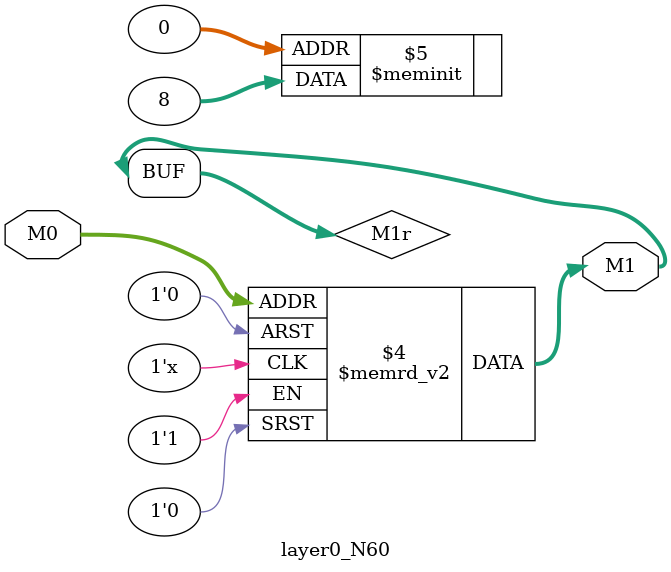
<source format=v>
module layer0_N60 ( input [3:0] M0, output [1:0] M1 );

	(*rom_style = "distributed" *) reg [1:0] M1r;
	assign M1 = M1r;
	always @ (M0) begin
		case (M0)
			4'b0000: M1r = 2'b00;
			4'b1000: M1r = 2'b00;
			4'b0100: M1r = 2'b00;
			4'b1100: M1r = 2'b00;
			4'b0010: M1r = 2'b00;
			4'b1010: M1r = 2'b00;
			4'b0110: M1r = 2'b00;
			4'b1110: M1r = 2'b00;
			4'b0001: M1r = 2'b10;
			4'b1001: M1r = 2'b00;
			4'b0101: M1r = 2'b00;
			4'b1101: M1r = 2'b00;
			4'b0011: M1r = 2'b00;
			4'b1011: M1r = 2'b00;
			4'b0111: M1r = 2'b00;
			4'b1111: M1r = 2'b00;

		endcase
	end
endmodule

</source>
